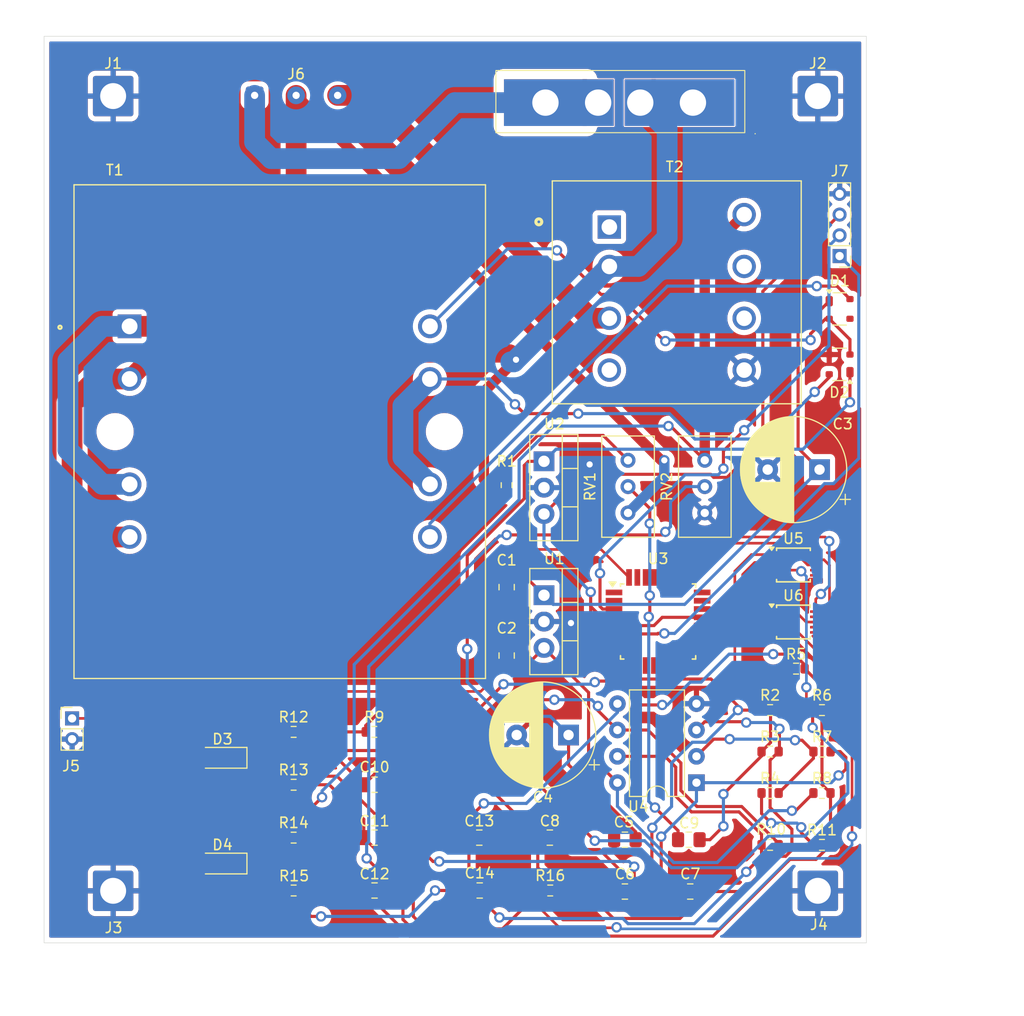
<source format=kicad_pcb>
(kicad_pcb (version 20240108) (generator "pcbnew") (generator_version "8.0")
  (layers (0 "F.Cu" signal) (31 "B.Cu" signal) (34 "B.Paste" user) (35 "F.Paste" user) (36 "B.SilkS" user "B.Silkscreen") (37 "F.SilkS" user "F.Silkscreen") (38 "B.Mask" user) (39 "F.Mask" user) (44 "Edge.Cuts" user))
  (net 0 "")
  (net 1 "Neutral")
  (net 2 "GND")
  (net 3 "Net-(U4B--)")
  (net 4 "Net-(U4A-+)")
  (net 5 "Net-(D3-K)")
  (net 6 "VCC")
  (net 7 "Net-(U4B-+)")
  (net 8 "Net-(U4A--)")
  (net 9 "Net-(F1-Pad2)")
  (net 10 "5v")
  (net 11 "Net-(D1-+)")
  (net 12 "Net-(C10-Pad1)")
  (net 13 "Net-(C11-Pad1)")
  (net 14 "Net-(J6-Pin_3)")
  (net 29 "Net-(U3-PC4)")
  (net 32 "Net-(U3-GND-Pad21)")
  (net 37 "Net-(U3-PC5)")
  (net 50 "Net-(J7-Pin_1)")
  (net 51 "Net-(J5-Pin_1)")
  (net 52 "SDA")
  (net 53 "Net-(J6-Pin_1)")
  (net 54 "Net-(D2-+)")
  (net 55 "Net-(C9-Pad2)")
  (net 56 "Net-(C9-Pad1)")
  (net 57 "Net-(D4-K)")
  (net 58 "Net-(C12-Pad2)")
  (net 59 "Net-(C12-Pad1)")
  (net 60 "Net-(D1-Pad4)")
  (net 62 "Net-(D2-Pad4)")
  (net 63 "Net-(R1-Pad1)")
  (net 64 "Net-(R11-Pad1)")
  (net 65 "Net-(R14-Pad2)")
  (net 66 "Net-(D1-Pad2)")
  (footprint "Potentiometer_THT:Potentiometer_Bourns_3296W_Vertical" (layer "F.Cu") (at 163.7 90.9 90)
    (property "Reference" "RV2")
    (property "Value" "10 K Pot" (hide yes))
  )
  (footprint "Connector_PinHeader_2.00mm:PinHeader_1x02_P2.00mm_Vertical" (layer "F.Cu") (at 102.7 115.8)
    (property "Reference" "J5")
    (property "Value" "Conn_01x02_Pin" (hide yes))
  )
  (footprint "Package_TO_SOT_SMD:SOT-143" (layer "F.Cu") (at 176.7 81.65 180)
    (property "Reference" "D2")
    (property "Value" "BAS3007" (hide yes))
  )
  (footprint "Capacitor_SMD:C_0805_2012Metric_Pad1.18x1.45mm_HandSolder" (layer "F.Cu") (at 141.9625 127.3 180)
    (property "Reference" "C13")
    (property "Value" "22 nF" (hide yes))
  )
  (footprint "Capacitor_SMD:C_0805_2012Metric_Pad1.18x1.45mm_HandSolder" (layer "F.Cu") (at 142 132.4)
    (property "Reference" "C14")
    (property "Value" "10 nF" (hide yes))
  )
  (footprint "Capacitor_SMD:C_0805_2012Metric_Pad1.18x1.45mm_HandSolder" (layer "F.Cu") (at 156 132.5 180)
    (property "Reference" "C6")
    (property "Value" "1 uF" (hide yes))
  )
  (footprint "Capacitor_SMD:C_0805_2012Metric_Pad1.18x1.45mm_HandSolder" (layer "F.Cu") (at 131.8625 122.2 180)
    (property "Reference" "C10")
    (property "Value" "1.5 uF" (hide yes))
  )
  (footprint "Package_TO_SOT_SMD:SOT-143" (layer "F.Cu") (at 176.7 76.3)
    (property "Reference" "D1")
    (property "Value" "BAS3007" (hide yes))
  )
  (footprint "Resistor_SMD:R_0603_1608Metric" (layer "F.Cu") (at 170 128 180)
    (property "Reference" "R10")
    (property "Value" "10 K" (hide yes))
  )
  (footprint "Package_SO:TSSOP-10_3x3mm_P0.5mm" (layer "F.Cu") (at 172.25 101)
    (property "Reference" "U5")
    (property "Value" "ADS1115IDGS" (hide yes))
  )
  (footprint "Connector_Wire:SolderWire-2sqmm_1x01_D2mm_OD3.9mm" (layer "F.Cu") (at 106.659 132.431)
    (property "Reference" "J3")
    (property "Value" "Hole" (hide yes))
  )
  (footprint "Connector_Wire:SolderWire-2sqmm_1x01_D2mm_OD3.9mm" (layer "F.Cu") (at 174.603 55.768)
    (property "Reference" "J2")
    (property "Value" "Hole")
  )
  (footprint "Resistor_SMD:R_0603_1608Metric" (layer "F.Cu") (at 175 115)
    (property "Reference" "R6")
    (property "Value" "10 K" (hide yes))
  )
  (footprint "Diode_SMD:D_SOD-123" (layer "F.Cu") (at 117.2 129.8 180)
    (property "Reference" "D4")
    (property "Value" "D_Zener" (hide yes))
  )
  (footprint "Fuse:Fuseholder_Keystone_3555-2" (layer "F.Cu") (at 134.56 55.4)
    (property "Reference" "F1" (hide yes))
    (property "Value" "Fuse" (hide yes))
  )
  (footprint "Package_TO_SOT_THT:TO-220-3_Vertical" (layer "F.Cu") (at 148.2 91 -90)
    (property "Reference" "U2")
    (property "Value" "5 V Regulator" (hide yes))
  )
  (footprint "Potentiometer_THT:Potentiometer_Bourns_3296W_Vertical" (layer "F.Cu") (at 156.3 90.9 90)
    (property "Reference" "RV1")
    (property "Value" "10K Pot" (hide yes))
  )
  (footprint "Resistor_SMD:R_0603_1608Metric" (layer "F.Cu") (at 170 123)
    (property "Reference" "R4")
    (property "Value" "10 K" (hide yes))
  )
  (footprint "Capacitor_SMD:C_0805_2012Metric_Pad1.18x1.45mm_HandSolder" (layer "F.Cu") (at 144.6 103.1375 -90)
    (property "Reference" "C1")
    (property "Value" "1 uF" (hide yes))
  )
  (footprint "Resistor_SMD:R_0603_1608Metric" (layer "F.Cu") (at 175 119)
    (property "Reference" "R7")
    (property "Value" "10 K" (hide yes))
  )
  (footprint "Resistor_SMD:R_0603_1608Metric" (layer "F.Cu") (at 124.0625 122.2)
    (property "Reference" "R13")
    (property "Value" "10 K" (hide yes))
  )
  (footprint "Capacitor_SMD:C_0805_2012Metric_Pad1.18x1.45mm_HandSolder" (layer "F.Cu") (at 156 127.5 180)
    (property "Reference" "C5")
    (property "Value" "1 uF" (hide yes))
  )
  (footprint "Resistor_SMD:R_0603_1608Metric" (layer "F.Cu") (at 170 115)
    (property "Reference" "R2")
    (property "Value" "10 K" (hide yes))
  )
  (footprint "Resistor_SMD:R_0603_1608Metric" (layer "F.Cu") (at 170 119)
    (property "Reference" "R3")
    (property "Value" "20 K" (hide yes))
  )
  (footprint "Package_QFP:TQFP-32_7x7mm_P0.8mm" (layer "F.Cu") (at 159.2 106.45)
    (property "Reference" "U3")
    (property "Value" "ATmega328PB-A" (hide yes))
  )
  (footprint "Resistor_SMD:R_0603_1608Metric" (layer "F.Cu") (at 172.5 111 180)
    (property "Reference" "R5")
    (property "Value" "51.1k" (hide yes))
  )
  (footprint "Resistor_SMD:R_0603_1608Metric" (layer "F.Cu") (at 124.0625 127.3)
    (property "Reference" "R14")
    (property "Value" "30" (hide yes))
  )
  (footprint "Package_SO:TSSOP-10_3x3mm_P0.5mm" (layer "F.Cu") (at 172.25 106.5)
    (property "Reference" "U6")
    (property "Value" "ADS1115IDGS" (hide yes))
  )
  (footprint "Connector_Wire:SolderWire-2sqmm_1x01_D2mm_OD3.9mm" (layer "F.Cu") (at 106.659 55.768)
    (property "Reference" "J1")
    (property "Value" "Hole")
  )
  (footprint "Connector_Wire:SolderWire-2sqmm_1x01_D2mm_OD3.9mm" (layer "F.Cu") (at 174.603 132.431)
    (property "Reference" "J4")
    (property "Value" "Hole" (hide yes))
  )
  (footprint "Capacitor_THT:CP_Radial_D10.0mm_P5.00mm" (layer "F.Cu") (at 150.567677 117.4 180)
    (property "Reference" "C4")
    (property "Value" "100 uF" (hide yes))
  )
  (footprint "Resistor_SMD:R_0603_1608Metric" (layer "F.Cu") (at 148.8 132.4)
    (property "Reference" "R16")
    (property "Value" "10 K" (hide yes))
  )
  (footprint "Resistor_SMD:R_0603_1608Metric" (layer "F.Cu") (at 144.6 93.3 -90)
    (property "Reference" "R1")
    (property "Value" "240 K" (hide yes))
  )
  (footprint "Capacitor_SMD:C_0805_2012Metric_Pad1.18x1.45mm_HandSolder" (layer "F.Cu") (at 144.6 109.7375 90)
    (property "Reference" "C2")
    (property "Value" "1 uF" (hide yes))
  )
  (footprint "Package_TO_SOT_THT:TO-220-3_Vertical" (layer "F.Cu") (at 148.2 103.92 -90)
    (property "Reference" "U1")
    (property "Value" "12 V Regulator" (hide yes))
  )
  (footprint "Resistor_SMD:R_0603_1608Metric" (layer "F.Cu") (at 175 128)
    (property "Reference" "R11")
    (property "Value" "51.1 K" (hide yes))
  )
  (footprint "Capacitor_THT:CP_Radial_D10.0mm_P5.00mm" (layer "F.Cu") (at 174.767677 91.8 180)
    (property "Reference" "C3")
    (property "Value" "100 uF" (hide yes))
  )
  (footprint "Resistor_SMD:R_0603_1608Metric" (layer "F.Cu") (at 124.0625 132.4 180)
    (property "Reference" "R15")
    (property "Value" "20 K" (hide yes))
  )
  (footprint "Custom Transformers:XFMR_CSE185L" (layer "F.Cu") (at 161 74.7)
    (property "Reference" "T2")
    (property "Value" "CSE185L" (hide yes))
  )
  (footprint "Capacitor_SMD:C_0805_2012Metric_Pad1.18x1.45mm_HandSolder" (layer "F.Cu") (at 162.3 132.5 180)
    (property "Reference" "C7")
    (property "Value" "20 nF" (hide yes))
  )
  (footprint "Capacitor_SMD:C_0805_2012Metric_Pad1.18x1.45mm_HandSolder" (layer "F.Cu") (at 131.8625 132.4 180)
    (property "Reference" "C12")
    (property "Value" "1.5 uF" (hide yes))
  )
  (footprint "Resistor_SMD:R_0603_1608Metric" (layer "F.Cu") (at 124.0625 117.1)
    (property "Reference" "R12")
    (property "Value" "10 K" (hide yes))
  )
  (footprint "Connector_Wire:SolderWire-0.15sqmm_1x03_P4mm_D0.5mm_OD1.5mm" (layer "F.Cu") (at 120.3 55.7)
    (property "Reference" "J6")
    (property "Value" "Conn_01x03_Pin")
  )
  (footprint "Custom Transformers:XFMR_VPP12-800" (layer "F.Cu") (at 122.722 88.14)
    (property "Reference" "T1")
    (property "Value" "VPP12-800" (hide yes))
  )
  (footprint "Capacitor_SMD:C_0805_2012Metric_Pad1.18x1.45mm_HandSolder" (layer "F.Cu") (at 131.8625 127.3 180)
    (property "Reference" "C11")
    (property "Value" "1.5 uF" (hide yes))
  )
  (footprint "Diode_SMD:D_SOD-123" (layer "F.Cu") (at 117.2 119.6 180)
    (property "Reference" "D3")
    (property "Value" "D_Zener" (hide yes))
  )
  (footprint "Capacitor_SMD:C_0805_2012Metric_Pad1.18x1.45mm_HandSolder" (layer "F.Cu") (at 148.7625 127.3)
    (property "Reference" "C8")
    (property "Value" "10 nF" (hide yes))
  )
  (footprint "Resistor_SMD:R_0603_1608Metric" (layer "F.Cu") (at 131.8375 117.1)
    (property "Reference" "R9")
    (property "Value" "1 K" (hide yes))
  )
  (footprint "Connector_PinHeader_2.00mm:PinHeader_1x04_P2.00mm_Vertical" (layer "F.Cu") (at 176.7 71.2 180)
    (property "Reference" "J7")
    (property "Value" "Conn_01x04_Pin" (hide yes))
  )
  (footprint "Capacitor_SMD:C_0805_2012Metric_Pad1.18x1.45mm_HandSolder" (layer "F.Cu") (at 162.1625 127.5)
    (property "Reference" "C9")
    (property "Value" "1.5 uF" (hide yes))
  )
  (footprint "Resistor_SMD:R_0603_1608Metric" (layer "F.Cu") (at 175 123)
    (property "Reference" "R8")
    (property "Value" "3 K" (hide yes))
  )
  (footprint "Package_DIP:DIP-8_W7.62mm" (layer "F.Cu") (at 162.9 122 180)
    (property "Reference" "U4")
    (property "Value" "LM358" (hide yes))
  )
  (gr_rect (start 100 50) (end 179.28 137.4522) (stroke (width 0.05)) (fill none) (layer "Edge.Cuts"))
  (segment (start 159.5 90.9) (end 124.3 55.7) (width 1) (layer "F.Cu") (net 1))
  (segment (start 111.32 77.98) (end 124.3 65) (width 2) (layer "F.Cu") (net 1))
  (segment (start 108.244 77.98) (end 111.32 77.98) (width 2) (layer "F.Cu") (net 1))
  (segment (start 124.3 65) (end 124.3 55.7) (width 2) (layer "F.Cu") (net 1))
  (segment (start 159.8 90.9) (end 159.5 90.9) (width 0.3) (layer "F.Cu") (net 1))
  (via (at 159.8 90.9) (size 1) (drill 0.6) (layers "F.Cu" "B.Cu") (net 1))
  (segment (start 102.3 81.3) (end 105.62 77.98) (width 2) (layer "B.Cu") (net 1))
  (segment (start 105.62 77.98) (end 108.244 77.98) (width 2) (layer "B.Cu") (net 1))
  (segment (start 105.62 93.22) (end 102.3 89.9) (width 2) (layer "B.Cu") (net 1))
  (segment (start 102.3 89.9) (end 102.3 81.3) (width 2) (layer "B.Cu") (net 1))
  (segment (start 159.8 92.48) (end 159.8 90.9) (width 1) (layer "B.Cu") (net 1))
  (segment (start 156.3 95.98) (end 159.8 92.48) (width 1) (layer "B.Cu") (net 1))
  (segment (start 108.244 93.22) (end 105.62 93.22) (width 2) (layer "B.Cu") (net 1))
  (via (at 152.6 91.3) (size 1) (drill 0.6) (layers "F.Cu" "B.Cu") (net 2))
  (via (at 150.8 106.6) (size 1) (drill 0.6) (layers "F.Cu" "B.Cu") (net 2))
  (segment (start 170.825 127.8625) (end 170.825 128) (width 0.3) (layer "F.Cu") (net 3))
  (segment (start 145.7 114) (end 149.2 114) (width 0.3) (layer "F.Cu") (net 3))
  (segment (start 161.4 122.754) (end 162.946 124.3) (width 0.3) (layer "F.Cu") (net 3))
  (segment (start 162.946 124.3) (end 167.2625 124.3) (width 0.3) (layer "F.Cu") (net 3))
  (segment (start 125.0375 118.9) (end 140.8 118.9) (width 0.3) (layer "F.Cu") (net 3))
  (segment (start 123.2375 117.1) (end 125.0375 118.9) (width 0.3) (layer "F.Cu") (net 3))
  (segment (start 155.28 116.92) (end 158.22 116.92) (width 0.3) (layer "F.Cu") (net 3))
  (segment (start 158.22 116.92) (end 161.4 120.1) (width 0.3) (layer "F.Cu") (net 3))
  (segment (start 153.4 115.04) (end 155.28 116.92) (width 0.3) (layer "F.Cu") (net 3))
  (segment (start 161.4 120.1) (end 161.4 122.754) (width 0.3) (layer "F.Cu") (net 3))
  (segment (start 167.2625 124.3) (end 170.825 127.8625) (width 0.3) (layer "F.Cu") (net 3))
  (segment (start 153.4 114.6) (end 153.4 115.04) (width 0.3) (layer "F.Cu") (net 3))
  (segment (start 140.8 118.9) (end 145.7 114) (width 0.3) (layer "F.Cu") (net 3))
  (via (at 153.4 114.6) (size 1) (drill 0.6) (layers "F.Cu" "B.Cu") (net 3))
  (via (at 149.2 114) (size 1) (drill 0.6) (layers "F.Cu" "B.Cu") (net 3))
  (segment (start 152.8 114) (end 153.4 114.6) (width 0.3) (layer "B.Cu") (net 3))
  (segment (start 149.2 114) (end 152.8 114) (width 0.3) (layer "B.Cu") (net 3))
  (segment (start 147.7 127.325) (end 147.725 127.3) (width 0.3) (layer "F.Cu") (net 4))
  (segment (start 172.1 126.5) (end 170 124.4) (width 0.3) (layer "F.Cu") (net 4))
  (segment (start 170.757948 129.1) (end 171.5 129.1) (width 0.3) (layer "F.Cu") (net 4))
  (segment (start 147.6 130.2) (end 147.6 127.425) (width 0.3) (layer "F.Cu") (net 4))
  (segment (start 163.699999 116.120001) (end 167.620001 116.120001) (width 0.3) (layer "F.Cu") (net 4))
  (segment (start 167.357948 132.5) (end 170.757948 129.1) (width 0.3) (layer "F.Cu") (net 4))
  (segment (start 150.75 130.95) (end 148.35 130.95) (width 0.3) (layer "F.Cu") (net 4))
  (segment (start 170.9 118.925) (end 170.825 119) (width 0.3) (layer "F.Cu") (net 4))
  (segment (start 170 124.4) (end 170 119.825) (width 0.3) (layer "F.Cu") (net 4))
  (segment (start 170.9 116.8) (end 170.9 118.925) (width 0.3) (layer "F.Cu") (net 4))
  (segment (start 147.6 127.425) (end 147.725 127.3) (width 0.3) (layer "F.Cu") (net 4))
  (segment (start 161.3 135.1) (end 154.9 135.1) (width 0.3) (layer "F.Cu") (net 4))
  (segment (start 171.5 129.1) (end 172.1 128.5) (width 0.3) (layer "F.Cu") (net 4))
  (segment (start 163.3375 132.5) (end 167.357948 132.5) (width 0.3) (layer "F.Cu") (net 4))
  (segment (start 154.9 135.1) (end 150.75 130.95) (width 0.3) (layer "F.Cu") (net 4))
  (segment (start 170 119.825) (end 170.825 119) (width 0.3) (layer "F.Cu") (net 4))
  (segment (start 162.9 116.92) (end 163.699999 116.120001) (width 0.3) (layer "F.Cu") (net 4))
  (segment (start 167.620001 116.120001) (end 167.7 116.2) (width 0.3) (layer "F.Cu") (net 4))
  (segment (start 163.3375 133.0625) (end 161.3 135.1) (width 0.3) (layer "F.Cu") (net 4))
  (segment (start 148.35 130.95) (end 147.6 130.2) (width 0.3) (layer "F.Cu") (net 4))
  (segment (start 163.3375 132.5) (end 163.3375 133.0625) (width 0.3) (layer "F.Cu") (net 4))
  (segment (start 172.1 128.5) (end 172.1 126.5) (width 0.3) (layer "F.Cu") (net 4))
  (via (at 167.7 116.2) (size 1) (drill 0.6) (layers "F.Cu" "B.Cu") (net 4))
  (via (at 170.9 116.8) (size 1) (drill 0.6) (layers "F.Cu" "B.Cu") (net 4))
  (segment (start 170.9 116.8) (end 170.3 116.2) (width 0.3) (layer "B.Cu") (net 4))
  (segment (start 170.3 116.2) (end 167.7 116.2) (width 0.3) (layer "B.Cu") (net 4))
  (segment (start 174.1 115.075) (end 174.175 115) (width 0.3) (layer "F.Cu") (net 5))
  (segment (start 146.625 121.125) (end 153.1 127.6) (width 0.3) (layer "F.Cu") (net 5))
  (segment (start 173.5 114.325) (end 174.175 115) (width 0.254) (layer "F.Cu") (net 5))
  (segment (start 170.825 115) (end 174.175 115) (width 0.3) (layer "F.Cu") (net 5))
  (segment (start 130.825 122.2) (end 131.9 121.125) (width 0.3) (layer "F.Cu") (net 5))
  (segment (start 173 101.6) (end 172.9 101.5) (width 0.3) (layer "F.Cu") (net 5))
  (segment (start 131.9 121.125) (end 146.625 121.125) (width 0.3) (layer "F.Cu") (net 5))
  (segment (start 173.5 112.8) (end 173.5 114.325) (width 0.254) (layer "F.Cu") (net 5))
  (segment (start 174.1 116.7) (end 174.1 115.075) (width 0.3) (layer "F.Cu") (net 5))
  (segment (start 128.225 119.6) (end 130.825 122.2) (width 0.3) (layer "F.Cu") (net 5))
  (segment (start 172.9 101.5) (end 170.1 101.5) (width 0.254) (layer "F.Cu") (net 5))
  (segment (start 118.85 119.6) (end 128.225 119.6) (width 0.3) (layer "F.Cu") (net 5))
  (via (at 174.1 116.7) (size 1) (drill 0.6) (layers "F.Cu" "B.Cu") (net 5))
  (via (at 173.5 112.8) (size 1) (drill 0.6) (layers "F.Cu" "B.Cu") (net 5))
  (via (at 173 101.6) (size 1) (drill 0.6) (layers "F.Cu" "B.Cu") (net 5))
  (via (at 153.1 127.6) (size 1) (drill 0.6) (layers "F.Cu" "B.Cu") (net 5))
  (segment (start 169.85 127.15) (end 173.352082 127.15) (width 0.3) (layer "B.Cu") (net 5))
  (segment (start 177.5 120.1) (end 174.1 116.7) (width 0.3) (layer "B.Cu") (net 5))
  (segment (start 153.1 127.6) (end 157.892893 127.6) (width 0.3) (layer "B.Cu") (net 5))
  (segment (start 157.892893 127.6) (end 160.492893 130.2) (width 0.3) (layer "B.Cu") (net 5))
  (segment (start 173 101.6) (end 173.5 102.1) (width 0.254) (layer "B.Cu") (net 5))
  (segment (start 166.8 130.2) (end 169.85 127.15) (width 0.3) (layer "B.Cu") (net 5))
  (segment (start 173.5 102.1) (end 173.5 112.8) (width 0.254) (layer "B.Cu") (net 5))
  (segment (start 177.5 123.002082) (end 177.5 120.1) (width 0.3) (layer "B.Cu") (net 5))
  (segment (start 173.352082 127.15) (end 177.5 123.002082) (width 0.3) (layer "B.Cu") (net 5))
  (segment (start 160.492893 130.2) (end 166.8 130.2) (width 0.3) (layer "B.Cu") (net 5))
  (segment (start 172.1 124.7) (end 172.475 124.7) (width 0.3) (layer "F.Cu") (net 6))
  (segment (start 172.475 124.7) (end 174.175 123) (width 0.3) (layer "F.Cu") (net 6))
  (segment (start 155.28 122) (end 152.5 119.22) (width 0.3) (layer "F.Cu") (net 6))
  (segment (start 152.5 113.3) (end 148.2 109) (width 0.3) (layer "F.Cu") (net 6))
  (segment (start 152.5 119.22) (end 152.5 113.3) (width 0.3) (layer "F.Cu") (net 6))
  (segment (start 144.6 110.775) (end 146.425 110.775) (width 0.3) (layer "F.Cu") (net 6))
  (segment (start 146.425 110.775) (end 148.2 109) (width 0.3) (layer "F.Cu") (net 6))
  (via (at 172.1 124.7) (size 1) (drill 0.6) (layers "F.Cu" "B.Cu") (net 6))
  (segment (start 155.28 122) (end 155.28 124.28) (width 0.3) (layer "B.Cu") (net 6))
  (segment (start 164.9 129.7) (end 169.9 124.7) (width 0.3) (layer "B.Cu") (net 6))
  (segment (start 155.28 124.28) (end 160.7 129.7) (width 0.3) (layer "B.Cu") (net 6))
  (segment (start 169.9 124.7) (end 172.1 124.7) (width 0.3) (layer "B.Cu") (net 6))
  (segment (start 160.7 129.7) (end 164.9 129.7) (width 0.3) (layer "B.Cu") (net 6))
  (segment (start 140.9625 132.4) (end 140.9625 127.3375) (width 0.3) (layer "F.Cu") (net 7))
  (segment (start 140.925 125.475) (end 140.925 127.3) (width 0.3) (layer "F.Cu") (net 7))
  (segment (start 140.9625 127.3375) (end 140.925 127.3) (width 0.3) (layer "F.Cu") (net 7))
  (segment (start 142.4 124) (end 140.925 125.475) (width 0.3) (layer "F.Cu") (net 7))
  (segment (start 137.7 132.4) (end 140.9625 132.4) (width 0.3) (layer "F.Cu") (net 7))
  (segment (start 123.2375 132.4) (end 125.7375 134.9) (width 0.3) (layer "F.Cu") (net 7))
  (segment (start 125.7375 134.9) (end 126.7 134.9) (width 0.3) (layer "F.Cu") (net 7))
  (via (at 126.7 134.9) (size 1) (drill 0.6) (layers "F.Cu" "B.Cu") (net 7))
  (via (at 137.7 132.4) (size 1) (drill 0.6) (layers "F.Cu" "B.Cu") (net 7))
  (via (at 142.4 124) (size 1) (drill 0.6) (layers "F.Cu" "B.Cu") (net 7))
  (segment (start 155.28 114.38) (end 155.28 115.22) (width 0.3) (layer "B.Cu") (net 7))
  (segment (start 155.28 115.22) (end 146.5 124) (width 0.3) (layer "B.Cu") (net 7))
  (segment (start 146.5 124) (end 142.4 124) (width 0.3) (layer "B.Cu") (net 7))
  (segment (start 135.2 134.9) (end 137.7 132.4) (width 0.3) (layer "B.Cu") (net 7))
  (segment (start 126.7 134.9) (end 135.2 134.9) (width 0.3) (layer "B.Cu") (net 7))
  (segment (start 162.9 119.46) (end 164.56 117.8) (width 0.3) (layer "F.Cu") (net 8))
  (segment (start 172.4 117.9) (end 173.075 117.9) (width 0.3) (layer "F.Cu") (net 8))
  (segment (start 174.175 119.65) (end 170.825 123) (width 0.3) (layer "F.Cu") (net 8))
  (segment (start 173.075 117.9) (end 174.175 119) (width 0.3) (layer "F.Cu") (net 8))
  (segment (start 164.56 117.8) (end 166.1 117.8) (width 0.3) (layer "F.Cu") (net 8))
  (segment (start 174.175 119) (end 174.175 119.65) (width 0.3) (layer "F.Cu") (net 8))
  (via (at 172.4 117.9) (size 1) (drill 0.6) (layers "F.Cu" "B.Cu") (net 8))
  (via (at 166.1 117.8) (size 1) (drill 0.6) (layers "F.Cu" "B.Cu") (net 8))
  (segment (start 172.3 117.8) (end 172.4 117.9) (width 0.3) (layer "B.Cu") (net 8))
  (segment (start 166.1 117.8) (end 172.3 117.8) (width 0.3) (layer "B.Cu") (net 8))
  (segment (start 110.704 80.6) (end 144.9 80.6) (width 1.75) (layer "F.Cu") (net 9))
  (segment (start 105.04 83.06) (end 108.244 83.06) (width 2) (layer "F.Cu") (net 9))
  (segment (start 144.9 80.6) (end 145.5 81.2) (width 1.75) (layer "F.Cu") (net 9))
  (segment (start 102.7 96) (end 102.7 85.4) (width 2) (layer "F.Cu") (net 9))
  (segment (start 142.4 84.3) (end 142.4 92.735442) (width 1) (layer "F.Cu") (net 9))
  (segment (start 142.4 92.735442) (end 143.789558 94.125) (width 1) (layer "F.Cu") (net 9))
  (segment (start 145.5 81.2) (end 142.4 84.3) (width 1) (layer "F.Cu") (net 9))
  (segment (start 105 98.3) (end 102.7 96) (width 2) (layer "F.Cu") (net 9))
  (segment (start 102.7 85.4) (end 105.04 83.06) (width 2) (layer "F.Cu") (net 9))
  (segment (start 108.244 83.06) (end 110.587 80.717) (width 1.75) (layer "F.Cu") (net 9))
  (segment (start 143.789558 94.125) (end 144.6 94.125) (width 1) (layer "F.Cu") (net 9))
  (segment (start 108.244 98.3) (end 105 98.3) (width 2) (layer "F.Cu") (net 9))
  (via (at 145.5 81.2) (size 1) (drill 0.6) (layers "F.Cu" "B.Cu") (net 9))
  (segment (start 154.5 72.2) (end 157.3 72.2) (width 2) (layer "B.Cu") (net 9))
  (segment (start 157.3 72.2) (end 160.07613 69.42387) (width 2) (layer "B.Cu") (net 9))
  (segment (start 145.3 81.4) (end 145 81.4) (width 2) (layer "B.Cu") (net 9))
  (segment (start 160.07613 58.99613) (end 157.48 56.4) (width 2) (layer "B.Cu") (net 9))
  (segment (start 154.5 72.2) (end 145.3 81.4) (width 2) (layer "B.Cu") (net 9))
  (segment (start 160.07613 69.42387) (end 160.07613 58.99613) (width 2) (layer "B.Cu") (net 9))
  (segment (start 172.62542 100) (end 173.62542 101) (width 0.254) (layer "F.Cu") (net 10))
  (segment (start 124.0625 121.375) (end 128.25 121.375) (width 0.3) (layer "F.Cu") (net 10))
  (segment (start 153.75 106.05) (end 154.95 106.05) (width 0.3) (layer "F.Cu") (net 10))
  (segment (start 166.9 114.6) (end 166.9 115) (width 0.3) (layer "F.Cu") (net 10))
  (segment (start 156.9 132.3625) (end 157.0375 132.5) (width 0.3) (layer "F.Cu") (net 10))
  (segment (start 128.25 121.375) (end 132.875 126) (width 0.3) (layer "F.Cu") (net 10))
  (segment (start 168.2 100) (end 170.1 100) (width 0.254) (layer "F.Cu") (net 10))
  (segment (start 164.259188 92.25) (end 152.03 92.25) (width 0.3) (layer "F.Cu") (net 10))
  (segment (start 155.9 112) (end 164.3 112) (width 0.3) (layer "F.Cu") (net 10))
  (segment (start 152.7 108.8) (end 155.9 112) (width 0.3) (layer "F.Cu") (net 10))
  (segment (start 169.3 74.6) (end 169.3 89.102082) (width 0.3) (layer "F.Cu") (net 10))
  (segment (start 170.1 100) (end 172.62542 100) (width 0.254) (layer "F.Cu") (net 10))
  (segment (start 173.471 106.5) (end 170.271 103.3) (width 0.254) (layer "F.Cu") (net 10))
  (segment (start 156.9 130.1) (end 156.9 132.3625) (width 0.3) (layer "F.Cu") (net 10))
  (segment (start 164.559188 92.55) (end 164.259188 92.25) (width 0.3) (layer "F.Cu") (net 10))
  (segment (start 167.2 103.3) (end 166.6 102.7) (width 0.254) (layer "F.Cu") (net 10))
  (segment (start 165.852082 92.55) (end 164.559188 92.55) (width 0.3) (layer "F.Cu") (net 10))
  (segment (start 133.9 126) (end 137.5 129.6) (width 0.3) (layer "F.Cu") (net 10))
  (segment (start 158.6 131.2) (end 157.3 132.5) (width 0.3) (layer "F.Cu") (net 10))
  (segment (start 152.7 105) (end 152.7 103.6) (width 0.3) (layer "F.Cu") (net 10))
  (segment (start 166.6 101.6) (end 168.2 100) (width 0.254) (layer "F.Cu") (net 10))
  (segment (start 158.6 126.4) (end 158.6 131.2) (width 0.3) (layer "F.Cu") (net 10))
  (segment (start 157.3 132.5) (end 157.0375 132.5) (width 0.3) (layer "F.Cu") (net 10))
  (segment (start 166.6 112.425) (end 166.6 102.6) (width 0.254) (layer "F.Cu") (net 10))
  (segment (start 176.7 67.2) (end 169.3 74.6) (width 0.3) (layer "F.Cu") (net 10))
  (segment (start 174.4 106.5) (end 173.471 106.5) (width 0.254) (layer "F.Cu") (net 10))
  (segment (start 166.6 102.7) (end 166.6 102.6) (width 0.254) (layer "F.Cu") (net 10))
  (segment (start 166.6 102.6) (end 166.6 101.6) (width 0.254) (layer "F.Cu") (net 10))
  (segment (start 166.9 115) (end 169.175 115) (width 0.3) (layer "F.Cu") (net 10))
  (segment (start 169.3 89.102082) (end 165.852082 92.55) (width 0.3) (layer "F.Cu") (net 10))
  (segment (start 123.2375 122.2) (end 124.0625 121.375) (width 0.3) (layer "F.Cu") (net 10))
  (segment (start 169 114.825) (end 166.6 112.425) (width 0.254) (layer "F.Cu") (net 10))
  (segment (start 169.175 115) (end 169 114.825) (width 0.3) (layer "F.Cu") (net 10))
  (segment (start 158.65 126.35) (end 158.6 126.4) (width 0.3) (layer "F.Cu") (net 10))
  (segment (start 153.75 106.05) (end 152.7 105) (width 0.3) (layer "F.Cu") (net 10))
  (segment (start 132.875 126) (end 133.9 126) (width 0.3) (layer "F.Cu") (net 10))
  (segment (start 173.62542 101) (end 174.4 101) (width 0.254) (layer "F.Cu") (net 10))
  (segment (start 137.5 129.6) (end 138.1 129.6) (width 0.3) (layer "F.Cu") (net 10))
  (segment (start 170.271 103.3) (end 167.2 103.3) (width 0.254) (layer "F.Cu") (net 10))
  (segment (start 152.03 92.25) (end 148.2 96.08) (width 0.3) (layer "F.Cu") (net 10))
  (segment (start 164.3 112) (end 166.9 114.6) (width 0.3) (layer "F.Cu") (net 10))
  (segment (start 152.7 105) (end 152.7 108.8) (width 0.3) (layer "F.Cu") (net 10))
  (via (at 138.1 129.6) (size 1) (drill 0.6) (layers "F.Cu" "B.Cu") (net 10))
  (via (at 166.9 115) (size 1) (drill 0.6) (layers "F.Cu" "B.Cu") (net 10))
  (via (at 152.7 103.6) (size 1) (drill 0.6) (layers "F.Cu" "B.Cu") (net 10))
  (via (at 156.9 130.1) (size 1) (drill 0.6) (layers "F.Cu" "B.Cu") (net 10))
  (via (at 158.65 126.35) (size 1) (drill 0.6) (layers "F.Cu" "B.Cu") (net 10))
  (segment (start 158.65 126.35) (end 158.65 126.15) (width 0.3) (layer "B.Cu") (net 10))
  (segment (start 138.1 129.6) (end 156.4 129.6) (width 0.3) (layer "B.Cu") (net 10))
  (segment (start 160.5 120.1) (end 162.5 118.1) (width 0.3) (layer "B.Cu") (net 10))
  (segment (start 158.65 126.15) (end 160.5 124.3) (width 0.3) (layer "B.Cu") (net 10))
  (segment (start 163.8 118.1) (end 166.9 115) (width 0.3) (layer "B.Cu") (net 10))
  (segment (start 148.2 99.1) (end 148.2 96.08) (width 0.3) (layer "B.Cu") (net 10))
  (segment (start 160.5 124.3) (end 160.5 120.1) (width 0.3) (layer "B.Cu") (net 10))
  (segment (start 162.5 118.1) (end 163.8 118.1) (width 0.3) (layer "B.Cu") (net 10))
  (segment (start 156.4 129.6) (end 156.9 130.1) (width 0.3) (layer "B.Cu") (net 10))
  (segment (start 152.7 103.6) (end 148.2 99.1) (width 0.3) (layer "B.Cu") (net 10))
  (segment (start 172.7 78.55) (end 172.7 89.732323) (width 0.3) (layer "F.Cu") (net 11))
  (segment (start 172.7 89.732323) (end 174.767677 91.8) (width 0.3) (layer "F.Cu") (net 11))
  (segment (start 175.7 75.55) (end 172.7 78.55) (width 0.3) (layer "F.Cu") (net 11))
  (segment (start 144.6 102.1) (end 146.38 102.1) (width 0.3) (layer "F.Cu") (net 11))
  (segment (start 146.38 102.1) (end 148.2 103.92) (width 0.3) (layer "F.Cu") (net 11))
  (segment (start 161.767677 104.8) (end 174.767677 91.8) (width 0.3) (layer "B.Cu") (net 11))
  (segment (start 149.08 104.8) (end 161.767677 104.8) (width 0.3) (layer "B.Cu") (net 11))
  (segment (start 148.2 103.92) (end 149.08 104.8) (width 0.3) (layer "B.Cu") (net 11))
  (segment (start 158 133.6) (end 156.269544 133.6) (width 0.3) (layer "F.Cu") (net 12))
  (segment (start 176.7 121.3) (end 176.6 121.3) (width 0.3) (layer "F.Cu") (net 12))
  (segment (start 145.425 125) (end 148.3 125) (width 0.3) (layer "F.Cu") (net 12))
  (segment (start 150.95 128.45) (end 149.8 127.3) (width 0.3) (layer "F.Cu") (net 12))
  (segment (start 159.5 127.2) (end 159.5 132.1) (width 0.3) (layer "F.Cu") (net 12))
  (segment (start 177.3 119.55) (end 177.3 120.7) (width 0.3) (layer "F.Cu") (net 12))
  (segment (start 149.8 126.5) (end 149.8 127.3) (width 0.3) (layer "F.Cu") (net 12))
  (segment (start 148.3 125) (end 149.8 126.5) (width 0.3) (layer "F.Cu") (net 12))
  (segment (start 159.5 132.1) (end 158 133.6) (width 0.3) (layer "F.Cu") (net 12))
  (segment (start 142.625 122.2) (end 145.425 125) (width 0.3) (layer "F.Cu") (net 12))
  (segment (start 176.75 119) (end 177.3 119.55) (width 0.3) (layer "F.Cu") (net 12))
  (segment (start 175.825 119) (end 176.75 119) (width 0.3) (layer "F.Cu") (net 12))
  (segment (start 156 133.330456) (end 156 130.9) (width 0.3) (layer "F.Cu") (net 12))
  (segment (start 156 130.9) (end 153.55 128.45) (width 0.3) (layer "F.Cu") (net 12))
  (segment (start 153.55 128.45) (end 150.95 128.45) (width 0.3) (layer "F.Cu") (net 12))
  (segment (start 177.3 120.7) (end 176.7 121.3) (width 0.3) (layer "F.Cu") (net 12))
  (segment (start 156.269544 133.6) (end 156 133.330456) (width 0.3) (layer "F.Cu") (net 12))
  (segment (start 132.9 122.2) (end 142.625 122.2) (width 0.3) (layer "F.Cu") (net 12))
  (via (at 159.5 127.2) (size 1) (drill 0.6) (layers "F.Cu" "B.Cu") (net 12))
  (via (at 176.6 121.3) (size 1) (drill 0.6) (layers "F.Cu" "B.Cu") (net 12))
  (segment (start 175.9 122) (end 162.9 122) (width 0.3) (layer "B.Cu") (net 12))
  (segment (start 176.6 121.3) (end 175.9 122) (width 0.3) (layer "B.Cu") (net 12))
  (segment (start 162.9 122) (end 162.9 123.8) (width 0.3) (layer "B.Cu") (net 12))
  (segment (start 162.9 123.8) (end 159.5 127.2) (width 0.3) (layer "B.Cu") (net 12))
  (segment (start 135.6 130) (end 135.6 134.9) (width 0.3) (layer "F.Cu") (net 13))
  (segment (start 160.9 120.5) (end 159.86 119.46) (width 0.3) (layer "F.Cu") (net 13))
  (segment (start 143.0375 134.1375) (end 143.9 135) (width 0.3) (layer "F.Cu") (net 13))
  (segment (start 160.9 123.3) (end 160.9 120.5) (width 0.3) (layer "F.Cu") (net 13))
  (segment (start 132.9 127.3) (end 135.6 130) (width 0.3) (layer "F.Cu") (net 13))
  (segment (start 135.6 134.9) (end 136.1 135.4) (width 0.3) (layer "F.Cu") (net 13))
  (segment (start 169.175 129.125) (end 169.175 128) (width 0.3) (layer "F.Cu") (net 13))
  (segment (start 136.1 135.4) (end 140.0375 135.4) (width 0.3) (layer "F.Cu") (net 13))
  (segment (start 162.417052 124.817052) (end 160.9 123.3) (width 0.3) (layer "F.Cu") (net 13))
  (segment (start 169.175 128) (end 169.175 126.992052) (width 0.3) (layer "F.Cu") (net 13))
  (segment (start 140.0375 135.4) (end 143.0375 132.4) (width 0.3) (layer "F.Cu") (net 13))
  (segment (start 169.175 126.992052) (end 167 124.817052) (width 0.3) (layer "F.Cu") (net 13))
  (segment (start 167 124.817052) (end 162.417052 124.817052) (width 0.3) (layer "F.Cu") (net 13))
  (segment (start 159.86 119.46) (end 155.28 119.46) (width 0.3) (layer "F.Cu") (net 13))
  (segment (start 143.0375 132.4) (end 143.0375 134.1375) (width 0.3) (layer "F.Cu") (net 13))
  (segment (start 167.7 130.6) (end 169.175 129.125) (width 0.3) (layer "F.Cu") (net 13))
  (via (at 143.9 135) (size 1) (drill 0.6) (layers "F.Cu" "B.Cu") (net 13))
  (via (at 167.7 130.6) (size 1) (drill 0.6) (layers "F.Cu" "B.Cu") (net 13))
  (segment (start 144 135.1) (end 155.8 135.1) (width 0.3) (layer "B.Cu") (net 13))
  (segment (start 162.7 135.6) (end 167.7 130.6) (width 0.3) (layer "B.Cu") (net 13))
  (segment (start 156.3 135.6) (end 162.7 135.6) (width 0.3) (layer "B.Cu") (net 13))
  (segment (start 143.9 135) (end 144 135.1) (width 0.3) (layer "B.Cu") (net 13))
  (segment (start 155.8 135.1) (end 156.3 135.6) (width 0.3) (layer "B.Cu") (net 13))
  (segment (start 152.7 77.2) (end 154.5 77.2) (width 2) (layer "F.Cu") (net 14))
  (segment (start 128.3 55.7) (end 131.2 55.7) (width 2) (layer "F.Cu") (net 14))
  (segment (start 131.2 55.7) (end 152.7 77.2) (width 2) (layer "F.Cu") (net 14))
  (segment (start 175.204 106) (end 175.727 105.477) (width 0.254) (layer "F.Cu") (net 29))
  (segment (start 160.4 101.146) (end 160.4 102.2) (width 0.254) (layer "F.Cu") (net 29))
  (segment (start 173.8 100.5) (end 172.2 98.9) (width 0.254) (layer "F.Cu") (net 29))
  (segment (start 162.646 98.9) (end 160.4 101.146) (width 0.254) (layer "F.Cu") (net 29))
  (segment (start 175.2 100.5) (end 174.4 100.5) (width 0.254) (layer "F.Cu") (net 29))
  (segment (start 172.2 98.9) (end 162.646 98.9) (width 0.254) (layer "F.Cu") (net 29))
  (segment (start 174.4 106) (end 175.204 106) (width 0.254) (layer "F.Cu") (net 29))
  (segment (start 174.4 100.5) (end 173.8 100.5) (width 0.3) (layer "F.Cu") (net 29))
  (segment (start 175.727 101.027) (end 175.2 100.5) (width 0.254) (layer "F.Cu") (net 29))
  (segment (start 175.727 105.477) (end 175.727 101.027) (width 0.254) (layer "F.Cu") (net 29))
  (segment (start 163.45 106.05) (end 159.6 106.05) (width 0.3) (layer "F.Cu") (net 32))
  (segment (start 159.6 106.05) (end 158.8 106.85) (width 0.3) (layer "F.Cu") (net 32))
  (segment (start 158.8 106.85) (end 154.95 106.85) (width 0.3) (layer "F.Cu") (net 32))
  (segment (start 159.6 100.1) (end 161.4 98.3) (width 0.254) (layer "F.Cu") (net 37))
  (segment (start 161.4 98.3) (end 173.3 98.3) (width 0.254) (layer "F.Cu") (net 37))
  (segment (start 174.4 99.4) (end 174.4 100) (width 0.254) (layer "F.Cu") (net 37))
  (segment (start 173.3 98.3) (end 174.4 99.4) (width 0.254) (layer "F.Cu") (net 37))
  (segment (start 174.4 105.5) (end 174.4 104.3) (width 0.254) (layer "F.Cu") (net 37))
  (segment (start 175.3 98.3) (end 173.3 98.3) (width 0.254) (layer "F.Cu") (net 37))
  (segment (start 174.4 104.3) (end 174.9 103.8) (width 0.254) (layer "F.Cu") (net 37))
  (segment (start 159.6 102.2) (end 159.6 100.1) (width 0.254) (layer "F.Cu") (net 37))
  (segment (start 175.7 98.7) (end 175.3 98.3) (width 0.254) (layer "F.Cu") (net 37))
  (via (at 174.9 103.8) (size 1) (drill 0.6) (layers "F.Cu" "B.Cu") (net 37))
  (via (at 175.7 98.7) (size 1) (drill 0.6) (layers "F.Cu" "B.Cu") (net 37))
  (segment (start 175.7 103) (end 175.7 98.7) (width 0.254) (layer "B.Cu") (net 37))
  (segment (start 174.9 103.8) (end 175.7 103) (width 0.254) (layer "B.Cu") (net 37))
  (segment (start 159.8 107.6) (end 159.2 107.6) (width 0.3) (layer "F.Cu") (net 50))
  (segment (start 159.15 107.65) (end 154.95 107.65) (width 0.3) (layer "F.Cu") (net 50))
  (segment (start 159.2 107.6) (end 159.15 107.65) (width 0.3) (layer "F.Cu") (net 50))
  (via (at 159.8 107.6) (size 1) (drill 0.6) (layers "F.Cu" "B.Cu") (net 50))
  (segment (start 160.8 107.6) (end 159.8 107.6) (width 0.3) (layer "B.Cu") (net 50))
  (segment (start 176.117677 93.15) (end 175.25 93.15) (width 0.3) (layer "B.Cu") (net 50))
  (segment (start 175.25 93.15) (end 160.8 107.6) (width 0.3) (layer "B.Cu") (net 50))
  (segment (start 176.7 71.2) (end 178.55 73.05) (width 0.3) (layer "B.Cu") (net 50))
  (segment (start 178.55 73.05) (end 178.55 90.717677) (width 0.3) (layer "B.Cu") (net 50))
  (segment (start 178.55 90.717677) (end 176.117677 93.15) (width 0.3) (layer "B.Cu") (net 50))
  (segment (start 107.2 113.2) (end 104.6 115.8) (width 0.254) (layer "F.Cu") (net 51))
  (segment (start 143.2 112.1) (end 142.1 113.2) (width 0.254) (layer "F.Cu") (net 51))
  (segment (start 104.6 115.8) (end 102.7 115.8) (width 0.254) (layer "F.Cu") (net 51))
  (segment (start 143.2 100.3) (end 143.2 112.1) (width 0.254) (layer "F.Cu") (net 51))
  (segment (start 144 99.5) (end 143.2 100.3) (width 0.254) (layer "F.Cu") (net 51))
  (segment (start 142.1 113.2) (end 107.2 113.2) (width 0.254) (layer "F.Cu") (net 51))
  (segment (start 153.7 99.5) (end 144 99.5) (width 0.254) (layer "F.Cu") (net 51))
  (segment (start 156.4 102.2) (end 153.7 99.5) (width 0.254) (layer "F.Cu") (net 51))
  (segment (start 165.5 91.7) (end 165.5 90) (width 0.3) (layer "F.Cu") (net 52))
  (segment (start 154.95 105.25) (end 153.85 105.25) (width 0.3) (layer "F.Cu") (net 52))
  (segment (start 153.85 105.25) (end 153.6 105) (width 0.3) (layer "F.Cu") (net 52))
  (segment (start 153.6 105) (end 153.6 101.8) (width 0.3) (layer "F.Cu") (net 52))
  (segment (start 165.5 90) (end 167.5 88) (width 0.3) (layer "F.Cu") (net 52))
  (via (at 165.5 91.7) (size 1) (drill 0.6) (layers "F.Cu" "B.Cu") (net 52))
  (via (at 153.6 101.8) (size 1) (drill 0.6) (layers "F.Cu" "B.Cu") (net 52))
  (via (at 167.5 88) (size 1) (drill 0.6) (layers "F.Cu" "B.Cu") (net 52))
  (segment (start 153.6 101.8) (end 153.6 100.5) (width 0.3) (layer "B.Cu") (net 52))
  (segment (start 165.5 91.8) (end 165.5 91.7) (width 0.3) (layer "B.Cu") (net 52))
  (segment (start 176.7 69.2) (end 175.675 70.225) (width 0.3) (layer "B.Cu") (net 52))
  (segment (start 175.675 79.825) (end 167.5 88) (width 0.3) (layer "B.Cu") (net 52))
  (segment (start 175.675 70.225) (end 175.675 79.825) (width 0.3) (layer "B.Cu") (net 52))
  (segment (start 153.6 100.5) (end 161.8 92.3) (width 0.3) (layer "B.Cu") (net 52))
  (segment (start 161.8 92.3) (end 165 92.3) (width 0.3) (layer "B.Cu") (net 52))
  (segment (start 165 92.3) (end 165.5 91.8) (width 0.3) (layer "B.Cu") (net 52))
  (segment (start 120.3 55.7) (end 120.3 60.2) (width 2) (layer "B.Cu") (net 53))
  (segment (start 134.2 61.8) (end 139.6 56.4) (width 2) (layer "B.Cu") (net 53))
  (segment (start 120.3 60.2) (end 121.9 61.8) (width 2) (layer "B.Cu") (net 53))
  (segment (start 139.6 56.4) (end 148.34 56.4) (width 2) (layer "B.Cu") (net 53))
  (segment (start 121.9 61.8) (end 134.2 61.8) (width 2) (layer "B.Cu") (net 53))
  (segment (start 140.8 100.1) (end 140.8 109.1) (width 0.3) (layer "F.Cu") (net 54))
  (segment (start 146.3 91.4) (end 146.3 94.6) (width 0.3) (layer "F.Cu") (net 54))
  (segment (start 150.567677 120.267677) (end 150.567677 117.4) (width 0.3) (layer "F.Cu") (net 54))
  (segment (start 157.0375 127.5) (end 157.0375 126.7375) (width 0.3) (layer "F.Cu") (net 54))
  (segment (start 148.2 91) (end 146.7 91) (width 0.3) (layer "F.Cu") (net 54))
  (segment (start 177.7 85.3) (end 177.7 82.4) (width 0.3) (layer "F.Cu") (net 54))
  (segment (start 146.3 94.6) (end 140.8 100.1) (width 0.3) (layer "F.Cu") (net 54))
  (segment (start 146.7 91) (end 146.3 91.4) (width 0.3) (layer "F.Cu") (net 54))
  (segment (start 157.0375 126.7375) (end 150.567677 120.267677) (width 0.3) (layer "F.Cu") (net 54))
  (via (at 140.8 109.1) (size 1) (drill 0.6) (layers "F.Cu" "B.Cu") (net 54))
  (via (at 177.7 85.3) (size 1) (drill 0.6) (layers "F.Cu" "B.Cu") (net 54))
  (segment (start 149.37 89.83) (end 173.17 89.83) (width 0.3) (layer "B.Cu") (net 54))
  (segment (start 173.17 89.83) (end 177.7 85.3) (width 0.3) (layer "B.Cu") (net 54))
  (segment (start 150.567677 117.367677) (end 150.567677 117.4) (width 0.3) (layer "B.Cu") (net 54))
  (segment (start 140.8 112.3) (end 144.1 115.6) (width 0.3) (layer "B.Cu") (net 54))
  (segment (start 144.1 115.6) (end 148.8 115.6) (width 0.3) (layer "B.Cu") (net 54))
  (segment (start 148.2 91) (end 149.37 89.83) (width 0.3) (layer "B.Cu") (net 54))
  (segment (start 148.8 115.6) (end 150.567677 117.367677) (width 0.3) (layer "B.Cu") (net 54))
  (segment (start 140.8 109.1) (end 140.8 112.3) (width 0.3) (layer "B.Cu") (net 54))
  (segment (start 165.5 123.1) (end 169.175 119.425) (width 0.3) (layer "F.Cu") (net 55))
  (segment (start 169.175 119.425) (end 169.175 119) (width 0.3) (layer "F.Cu") (net 55))
  (segment (start 164.2 127.5) (end 165.5 126.2) (width 0.3) (layer "F.Cu") (net 55))
  (segment (start 170.042169 112.632831) (end 170.042169 118.132831) (width 0.3) (layer "F.Cu") (net 55))
  (segment (start 163.2 127.5) (end 164.2 127.5) (width 0.3) (layer "F.Cu") (net 55))
  (segment (start 171.675 111) (end 170.042169 112.632831) (width 0.3) (layer "F.Cu") (net 55))
  (segment (start 170.042169 118.132831) (end 169.175 119) (width 0.3) (layer "F.Cu") (net 55))
  (via (at 165.5 126.2) (size 1) (drill 0.6) (layers "F.Cu" "B.Cu") (net 55))
  (via (at 165.5 123.1) (size 1) (drill 0.6) (layers "F.Cu" "B.Cu") (net 55))
  (segment (start 165.5 126.2) (end 165.5 123.1) (width 0.3) (layer "B.Cu") (net 55))
  (segment (start 158.9 124.4) (end 161.125 126.625) (width 0.3) (layer "F.Cu") (net 56))
  (segment (start 158.3 106) (end 158.4 105.9) (width 0.3) (layer "F.Cu") (net 56))
  (segment (start 161.125 126.625) (end 161.125 127.5) (width 0.3) (layer "F.Cu") (net 56))
  (segment (start 158.4 95.54) (end 156.3 93.44) (width 0.3) (layer "F.Cu") (net 56))
  (segment (start 158.4 105.9) (end 158.4 103.95) (width 0.3) (layer "F.Cu") (net 56))
  (segment (start 158.4 97) (end 158.4 95.54) (width 0.3) (layer "F.Cu") (net 56))
  (via (at 158.4 97) (size 1) (drill 0.6) (layers "F.Cu" "B.Cu") (net 56))
  (via (at 158.4 103.95) (size 1) (drill 0.6) (layers "F.Cu" "B.Cu") (net 56))
  (via (at 158.3 106) (size 1) (drill 0.6) (layers "F.Cu" "B.Cu") (net 56))
  (via (at 158.9 124.4) (size 1) (drill 0.6) (layers "F.Cu" "B.Cu") (net 56))
  (segment (start 158.3 123.8) (end 158.3 106) (width 0.3) (layer "B.Cu") (net 56))
  (segment (start 158.4 103.95) (end 158.4 97) (width 0.3) (layer "B.Cu") (net 56))
  (segment (start 158.9 124.4) (end 158.3 123.8) (width 0.3) (layer "B.Cu") (net 56))
  (segment (start 155.2 135.95) (end 155.15 136) (width 0.3) (layer "F.Cu") (net 57))
  (segment (start 147.975 134.275) (end 147.975 132.4) (width 0.254) (layer "F.Cu") (net 57))
  (segment (start 118.85 129.8) (end 118.85 128.2375) (width 0.3) (layer "F.Cu") (net 57))
  (segment (start 124.8875 122.2) (end 127.5 122.2) (width 0.3) (layer "F.Cu") (net 57))
  (segment (start 149.7 136) (end 147.975 134.275) (width 0.254) (layer "F.Cu") (net 57))
  (segment (start 130.825 125.525) (end 130.825 127.3) (width 0.3) (layer "F.Cu") (net 57))
  (segment (start 118.85 128.2375) (end 124.8875 122.2) (width 0.3) (layer "F.Cu") (net 57))
  (segment (start 177.9 127.183358) (end 177.9 112.7) (width 0.254) (layer "F.Cu") (net 57))
  (segment (start 127.5 122.2) (end 130.825 125.525) (width 0.3) (layer "F.Cu") (net 57))
  (segment (start 134.6 135.2) (end 135.5 136.1) (width 0.3) (layer "F.Cu") (net 57))
  (segment (start 177.9 112.7) (end 172.2 107) (width 0.254) (layer "F.Cu") (net 57))
  (segment (start 130.825 127.3) (end 134.6 131.075) (width 0.3) (layer "F.Cu") (net 57))
  (segment (start 172.2 107) (end 170.1 107) (width 0.254) (layer "F.Cu") (net 57))
  (segment (start 147.9 132.4) (end 147.975 132.4) (width 0.3) (layer "F.Cu") (net 57))
  (segment (start 134.6 131.075) (end 134.6 135.2) (width 0.3) (layer "F.Cu") (net 57))
  (segment (start 155.15 136) (end 149.7 136) (width 0.254) (layer "F.Cu") (net 57))
  (segment (start 144.2 136.1) (end 147.9 132.4) (width 0.3) (layer "F.Cu") (net 57))
  (segment (start 135.5 136.1) (end 144.2 136.1) (width 0.3) (layer "F.Cu") (net 57))
  (via (at 177.9 127.183358) (size 1) (drill 0.6) (layers "F.Cu" "B.Cu") (net 57))
  (via (at 155.2 135.95) (size 1) (drill 0.6) (layers "F.Cu" "B.Cu") (net 57))
  (segment (start 177.9 128) (end 177.9 127.183358) (width 0.254) (layer "B.Cu") (net 57))
  (segment (start 155.2 135.95) (end 155.35 136.1) (width 0.3) (layer "B.Cu") (net 57))
  (segment (start 165.1 136.1) (end 171.9 129.3) (width 0.254) (layer "B.Cu") (net 57))
  (segment (start 171.9 129.3) (end 176.6 129.3) (width 0.254) (layer "B.Cu") (net 57))
  (segment (start 155.35 136.1) (end 165.1 136.1) (width 0.254) (layer "B.Cu") (net 57))
  (segment (start 176.6 129.3) (end 177.9 128) (width 0.254) (layer "B.Cu") (net 57))
  (segment (start 171.7 129.6) (end 171.707107 129.6) (width 0.3) (layer "F.Cu") (net 58))
  (segment (start 135.225 136.8) (end 164.5 136.8) (width 0.3) (layer "F.Cu") (net 58))
  (segment (start 171.707107 129.6) (end 171.907107 129.4) (width 0.3) (layer "F.Cu") (net 58))
  (segment (start 164.5 136.8) (end 171.7 129.6) (width 0.3) (layer "F.Cu") (net 58))
  (segment (start 124.8875 132.4) (end 130.825 132.4) (width 0.3) (layer "F.Cu") (net 58))
  (segment (start 174.425 129.4) (end 175.825 128) (width 0.3) (layer "F.Cu") (net 58))
  (segment (start 130.825 132.4) (end 135.225 136.8) (width 0.3) (layer "F.Cu") (net 58))
  (segment (start 171.907107 129.4) (end 174.425 129.4) (width 0.3) (layer "F.Cu") (net 58))
  (segment (start 132.9 132.4) (end 132.9 131.1) (width 0.3) (layer "F.Cu") (net 59))
  (segment (start 159.6 98.1) (end 159.9 97.8) (width 0.3) (layer "F.Cu") (net 59))
  (segment (start 132.9 131.1) (end 131.1 129.3) (width 0.3) (layer "F.Cu") (net 59))
  (segment (start 144.6 98.1) (end 159.6 98.1) (width 0.3) (layer "F.Cu") (net 59))
  (via (at 159.9 97.8) (size 1) (drill 0.6) (layers "F.Cu" "B.Cu") (net 59))
  (via (at 144.6 98.1) (size 1) (drill 0.6) (layers "F.Cu" "B.Cu") (net 59))
  (via (at 131.1 129.3) (size 1) (drill 0.6) (layers "F.Cu" "B.Cu") (net 59))
  (segment (start 144.5 98.2) (end 144.6 98.1) (width 0.3) (layer "B.Cu") (net 59))
  (segment (start 143.9 98.2) (end 144.5 98.2) (width 0.3) (layer "B.Cu") (net 59))
  (segment (start 131.1 129.3) (end 131.1 127.9) (width 0.3) (layer "B.Cu") (net 59))
  (segment (start 131.3 127.7) (end 131.3 110.8) (width 0.3) (layer "B.Cu") (net 59))
  (segment (start 131.1 127.9) (end 131.3 127.7) (width 0.3) (layer "B.Cu") (net 59))
  (segment (start 160.4 97.3) (end 160.4 94.9) (width 0.3) (layer "B.Cu") (net 59))
  (segment (start 131.3 110.8) (end 143.9 98.2) (width 0.3) (layer "B.Cu") (net 59))
  (segment (start 160.4 94.9) (end 161.86 93.44) (width 0.3) (layer "B.Cu") (net 59))
  (segment (start 159.9 97.8) (end 160.4 97.3) (width 0.3) (layer "B.Cu") (net 59))
  (segment (start 161.86 93.44) (end 163.7 93.44) (width 0.3) (layer "B.Cu") (net 59))
  (segment (start 174.5 74.1) (end 176.45 74.1) (width 0.3) (layer "F.Cu") (net 60))
  (segment (start 176.45 74.1) (end 177.7 75.35) (width 0.3) (layer "F.Cu") (net 60))
  (via (at 174.5 74.1) (size 1) (drill 0.6) (layers "F.Cu" "B.Cu") (net 60))
  (segment (start 174.5 74.1) (end 160.1 74.1) (width 0.3) (layer "B.Cu") (net 60))
  (segment (start 137.2 97) (end 137.2 98.3) (width 0.3) (layer "B.Cu") (net 60))
  (segment (start 160.1 74.1) (end 137.2 97) (width 0.3) (layer "B.Cu") (net 60))
  (segment (start 146.3 86.4) (end 145.4 85.5) (width 0.3) (layer "F.Cu") (net 62))
  (segment (start 151.5 86.4) (end 146.3 86.4) (width 0.3) (layer "F.Cu") (net 62))
  (segment (start 175.7 82.6) (end 175.7 82.9) (width 0.3) (layer "F.Cu") (net 62))
  (segment (start 175.7 82.9) (end 174.3 84.3) (width 0.3) (layer "F.Cu") (net 62))
  (via (at 151.5 86.4) (size 1) (drill 0.6) (layers "F.Cu" "B.Cu") (net 62))
  (via (at 145.4 85.5) (size 1) (drill 0.6) (layers "F.Cu" "B.Cu") (net 62))
  (via (at 174.3 84.3) (size 1) (drill 0.6) (layers "F.Cu" "B.Cu") (net 62))
  (segment (start 174.3 84.3) (end 169.75 88.85) (width 0.3) (layer "B.Cu") (net 62))
  (segment (start 162.75 88.85) (end 160.3 86.4) (width 0.3) (layer "B.Cu") (net 62))
  (segment (start 134.6 85.66) (end 137.2 83.06) (width 2) (layer "B.Cu") (net 62))
  (segment (start 134.6 90.62) (end 134.6 85.66) (width 2) (layer "B.Cu") (net 62))
  (segment (start 145.4 85.5) (end 142.96 83.06) (width 0.3) (layer "B.Cu") (net 62))
  (segment (start 160.3 86.4) (end 151.5 86.4) (width 0.3) (layer "B.Cu") (net 62))
  (segment (start 169.75 88.85) (end 162.75 88.85) (width 0.3) (layer "B.Cu") (net 62))
  (segment (start 142.96 83.06) (end 137.2 83.06) (width 0.3) (layer "B.Cu") (net 62))
  (segment (start 137.2 93.22) (end 134.6 90.62) (width 2) (layer "B.Cu") (net 62))
  (segment (start 144.6 91.5) (end 147.6 88.5) (width 0.3) (layer "F.Cu") (net 63))
  (segment (start 153.9 88.5) (end 156.3 90.9) (width 0.3) (layer "F.Cu") (net 63))
  (segment (start 144.6 92.475) (end 144.6 91.5) (width 0.3) (layer "F.Cu") (net 63))
  (segment (start 147.6 88.5) (end 153.9 88.5) (width 0.3) (layer "F.Cu") (net 63))
  (segment (start 175.825 126.35) (end 174.175 128) (width 0.3) (layer "F.Cu") (net 64))
  (segment (start 175.825 123) (end 175.825 126.35) (width 0.3) (layer "F.Cu") (net 64))
  (segment (start 169.175 124.975) (end 170.1 125.9) (width 0.3) (layer "F.Cu") (net 64))
  (segment (start 175 112.675) (end 175 122.175) (width 0.3) (layer "F.Cu") (net 64))
  (segment (start 159.6 114.5) (end 157.6 114.5) (width 0.3) (layer "F.Cu") (net 64))
  (segment (start 155.3 112.2) (end 153.2 112.2) (width 0.3) (layer "F.Cu") (net 64))
  (segment (start 144.3 112.5) (end 141.8 115) (width 0.3) (layer "F.Cu") (net 64))
  (segment (start 153.2 112.2) (end 153.1 112.3) (width 0.3) (layer "F.Cu") (net 64))
  (segment (start 173 126.825) (end 174.175 128) (width 0.3) (layer "F.Cu") (net 64))
  (segment (start 169.175 123) (end 169.175 124.975) (width 0.3) (layer "F.Cu") (net 64))
  (segment (start 124.8875 117.1) (end 131.0125 117.1) (width 0.3) (layer "F.Cu") (net 64))
  (segment (start 131.0125 116.4875) (end 131.0125 117.1) (width 0.3) (layer "F.Cu") (net 64))
  (segment (start 173.325 111) (end 175 112.675) (width 0.3) (layer "F.Cu") (net 64))
  (segment (start 175 122.175) (end 175.825 123) (width 0.3) (layer "F.Cu") (net 64))
  (segment (start 141.8 115) (end 132.5 115) (width 0.3) (layer "F.Cu") (net 64))
  (segment (start 132.5 115) (end 131.0125 116.4875) (width 0.3) (layer "F.Cu") (net 64))
  (segment (start 173.325 111) (end 173.325 110.625) (width 0.3) (layer "F.Cu") (net 64))
  (segment (start 172.3 109.6) (end 170.3 109.6) (width 0.3) (layer "F.Cu") (net 64))
  (segment (start 157.6 114.5) (end 155.3 112.2) (width 0.3) (layer "F.Cu") (net 64))
  (segment (start 173.325 110.625) (end 172.3 109.6) (width 0.3) (layer "F.Cu") (net 64))
  (segment (start 173 126.3) (end 173 126.825) (width 0.3) (layer "F.Cu") (net 64))
  (via (at 144.3 112.5) (size 1) (drill 0.6) (layers "F.Cu" "B.Cu") (net 64))
  (via (at 159.6 114.5) (size 1) (drill 0.6) (layers "F.Cu" "B.Cu") (net 64))
  (via (at 170.3 109.6) (size 1) (drill 0.6) (layers "F.Cu" "B.Cu") (net 64))
  (via (at 153.1 112.3) (size 1) (drill 0.6) (layers "F.Cu" "B.Cu") (net 64))
  (via (at 170.1 125.9) (size 1) (drill 0.6) (layers "F.Cu" "B.Cu") (net 64))
  (via (at 173 126.3) (size 1) (drill 0.6) (layers "F.Cu" "B.Cu") (net 64))
  (segment (start 170.3 109.6) (end 166.053654 109.6) (width 0.3) (layer "B.Cu") (net 64))
  (segment (start 172.6 125.9) (end 173 126.3) (width 0.3) (layer "B.Cu") (net 64))
  (segment (start 163.353654 112.3) (end 162.3 112.3) (width 0.3) (layer "B.Cu") (net 64))
  (segment (start 160.1 114.5) (end 159.6 114.5) (width 0.3) (layer "B.Cu") (net 64))
  (segment (start 170.1 125.9) (end 172.6 125.9) (width 0.3) (layer "B.Cu") (net 64))
  (segment (start 153.1 112.3) (end 152.9 112.5) (width 0.3) (layer "B.Cu") (net 64))
  (segment (start 144.3 112.5) (end 152.9 112.5) (width 0.3) (layer "B.Cu") (net 64))
  (segment (start 166.053654 109.6) (end 163.353654 112.3) (width 0.3) (layer "B.Cu") (net 64))
  (segment (start 162.3 112.3) (end 160.1 114.5) (width 0.3) (layer "B.Cu") (net 64))
  (segment (start 124.8875 125.3125) (end 126.8 123.4) (width 0.3) (layer "F.Cu") (net 65))
  (segment (start 163.7 90.9) (end 163.7 71) (width 1) (layer "F.Cu") (net 65))
  (segment (start 160.2 87.6) (end 160.4 87.6) (width 0.3) (layer "F.Cu") (net 65))
  (segment (start 163.7 71) (end 167.5 67.2) (width 1) (layer "F.Cu") (net 65))
  (segment (start 124.8875 127.3) (end 124.8875 125.3125) (width 0.3) (layer "F.Cu") (net 65))
  (segment (start 160.4 87.6) (end 163.7 90.9) (width 0.3) (layer "F.Cu") (net 65))
  (via (at 126.8 123.4) (size 1) (drill 0.6) (layers "F.Cu" "B.Cu") (net 65))
  (via (at 160.2 87.6) (size 1) (drill 0.6) (layers "F.Cu" "B.Cu") (net 65))
  (segment (start 126.8 123.4) (end 126.8 122.8) (width 0.3) (layer "B.Cu") (net 65))
  (segment (start 129.9 119.7) (end 129.9 110.6) (width 0.3) (layer "B.Cu") (net 65))
  (segment (start 129.9 110.6) (end 145.8 94.7) (width 0.3) (layer "B.Cu") (net 65))
  (segment (start 145.8 94.7) (end 145.8 90.9) (width 0.3) (layer "B.Cu") (net 65))
  (segment (start 126.8 122.8) (end 129.9 119.7) (width 0.3) (layer "B.Cu") (net 65))
  (segment (start 145.8 90.9) (end 149.1 87.6) (width 0.3) (layer "B.Cu") (net 65))
  (segment (start 149.1 87.6) (end 160.2 87.6) (width 0.3) (layer "B.Cu") (net 65))
  (segment (start 159.8 79.4) (end 159.9 79.4) (width 0.3) (layer "F.Cu") (net 66))
  (segment (start 177.7 80.7) (end 177.7 79.25) (width 0.3) (layer "F.Cu") (net 66))
  (segment (start 155.3 74.9) (end 159.8 79.4) (width 0.3) (layer "F.Cu") (net 66))
  (segment (start 149.45 70.65) (end 153.7 74.9) (width 0.3) (layer "F.Cu") (net 66))
  (segment (start 173.9 78.7) (end 173.9 79.3) (width 0.3) (layer "F.Cu") (net 66))
  (segment (start 175.7 77.25) (end 175.35 77.25) (width 0.3) (layer "F.Cu") (net 66))
  (segment (start 177.7 79.25) (end 175.7 77.25) (width 0.3) (layer "F.Cu") (net 66))
  (segment (start 153.7 74.9) (end 155.3 74.9) (width 0.3) (layer "F.Cu") (net 66))
  (segment (start 175.35 77.25) (end 173.9 78.7) (width 0.3) (layer "F.Cu") (net 66))
  (via (at 149.45 70.65) (size 1) (drill 0.6) (layers "F.Cu" "B.Cu") (net 66))
  (via (at 173.9 79.3) (size 1) (drill 0.6) (layers "F.Cu" "B.Cu") (net 66))
  (via (at 159.9 79.4) (size 1) (drill 0.6) (layers "F.Cu" "B.Cu") (net 66))
  (segment (start 160 79.3) (end 159.9 79.4) (width 0.3) (layer "B.Cu") (net 66))
  (segment (start 173.9 79.3) (end 160 79.3) (width 0.3) (layer "B.Cu") (net 66))
  (segment (start 149.45 70.65) (end 149.3 70.5) (width 0.3) (layer "B.Cu") (net 66))
  (segment (start 144.68 70.5) (end 137.2 77.98) (width 0.3) (layer "B.Cu") (net 66))
  (segment (start 149.3 70.5) (end 144.68 70.5) (width 0.3) (layer "B.Cu") (net 66))
  (zone (net 2) (net_name "GND") (layers "F&B.Cu") (connect_pads (clearance 0.5)) (min_thickness 0.25) (fill yes (thermal_gap 0.5) (thermal_bridge_width 0.5))
    (polygon (pts (xy 194.25 46.5) (xy 194.5 144.5) (xy 95.75 143.5) (xy 95.75 46.5)))
  )
)
</source>
